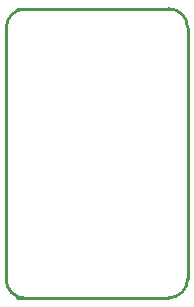
<source format=gko>
G04 Layer: BoardOutlineLayer*
G04 EasyEDA v6.5.42, 2024-03-29 10:36:03*
G04 c5ab252c28e54aca980d21198c282c72,1c81c61d082a4d45aadf05aca8bab00c,10*
G04 Gerber Generator version 0.2*
G04 Scale: 100 percent, Rotated: No, Reflected: No *
G04 Dimensions in millimeters *
G04 leading zeros omitted , absolute positions ,4 integer and 5 decimal *
%FSLAX45Y45*%
%MOMM*%

%ADD10C,0.2540*%
D10*
X152400Y3708400D02*
G01*
X152400Y5836396D01*
X1528798Y3550892D02*
G01*
X246700Y3550892D01*
X1689097Y5839188D02*
G01*
X1689097Y3711191D01*
X246700Y5999487D02*
G01*
X1528798Y5999487D01*
G75*
G01*
X1528798Y5999488D02*
G02*
X1689097Y5839188I0J-160299D01*
G75*
G01*
X1689097Y3711193D02*
G02*
X1528798Y3550893I-160299J-1D01*
G75*
G01*
X312699Y3548101D02*
G02*
X152400Y3708400I0J160299D01*
G75*
G01*
X152400Y5836397D02*
G02*
X312699Y5996696I160299J0D01*

%LPD*%
M02*

</source>
